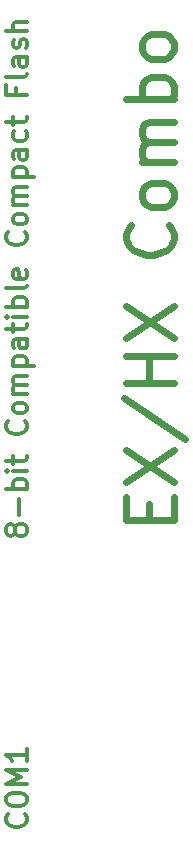
<source format=gto>
%TF.GenerationSoftware,KiCad,Pcbnew,(5.1.9)-1*%
%TF.CreationDate,2021-09-26T20:48:04+08:00*%
%TF.ProjectId,EX-HX-Combo-Backplate,45582d48-582d-4436-9f6d-626f2d426163,rev?*%
%TF.SameCoordinates,Original*%
%TF.FileFunction,Legend,Top*%
%TF.FilePolarity,Positive*%
%FSLAX46Y46*%
G04 Gerber Fmt 4.6, Leading zero omitted, Abs format (unit mm)*
G04 Created by KiCad (PCBNEW (5.1.9)-1) date 2021-09-26 20:48:04*
%MOMM*%
%LPD*%
G01*
G04 APERTURE LIST*
%ADD10C,0.600000*%
%ADD11C,0.300000*%
G04 APERTURE END LIST*
D10*
X265919285Y-97311190D02*
X265919285Y-95977857D01*
X268014523Y-95406428D02*
X268014523Y-97311190D01*
X264014523Y-97311190D01*
X264014523Y-95406428D01*
X264014523Y-94073095D02*
X268014523Y-91406428D01*
X264014523Y-91406428D02*
X268014523Y-94073095D01*
X263824047Y-87025476D02*
X268966904Y-90454047D01*
X268014523Y-85692142D02*
X264014523Y-85692142D01*
X265919285Y-85692142D02*
X265919285Y-83406428D01*
X268014523Y-83406428D02*
X264014523Y-83406428D01*
X264014523Y-81882619D02*
X268014523Y-79215952D01*
X264014523Y-79215952D02*
X268014523Y-81882619D01*
X267633571Y-72358809D02*
X267824047Y-72549285D01*
X268014523Y-73120714D01*
X268014523Y-73501666D01*
X267824047Y-74073095D01*
X267443095Y-74454047D01*
X267062142Y-74644523D01*
X266300238Y-74835000D01*
X265728809Y-74835000D01*
X264966904Y-74644523D01*
X264585952Y-74454047D01*
X264205000Y-74073095D01*
X264014523Y-73501666D01*
X264014523Y-73120714D01*
X264205000Y-72549285D01*
X264395476Y-72358809D01*
X268014523Y-70073095D02*
X267824047Y-70454047D01*
X267633571Y-70644523D01*
X267252619Y-70835000D01*
X266109761Y-70835000D01*
X265728809Y-70644523D01*
X265538333Y-70454047D01*
X265347857Y-70073095D01*
X265347857Y-69501666D01*
X265538333Y-69120714D01*
X265728809Y-68930238D01*
X266109761Y-68739761D01*
X267252619Y-68739761D01*
X267633571Y-68930238D01*
X267824047Y-69120714D01*
X268014523Y-69501666D01*
X268014523Y-70073095D01*
X268014523Y-67025476D02*
X265347857Y-67025476D01*
X265728809Y-67025476D02*
X265538333Y-66835000D01*
X265347857Y-66454047D01*
X265347857Y-65882619D01*
X265538333Y-65501666D01*
X265919285Y-65311190D01*
X268014523Y-65311190D01*
X265919285Y-65311190D02*
X265538333Y-65120714D01*
X265347857Y-64739761D01*
X265347857Y-64168333D01*
X265538333Y-63787380D01*
X265919285Y-63596904D01*
X268014523Y-63596904D01*
X268014523Y-61692142D02*
X264014523Y-61692142D01*
X265538333Y-61692142D02*
X265347857Y-61311190D01*
X265347857Y-60549285D01*
X265538333Y-60168333D01*
X265728809Y-59977857D01*
X266109761Y-59787380D01*
X267252619Y-59787380D01*
X267633571Y-59977857D01*
X267824047Y-60168333D01*
X268014523Y-60549285D01*
X268014523Y-61311190D01*
X267824047Y-61692142D01*
X268014523Y-57501666D02*
X267824047Y-57882619D01*
X267633571Y-58073095D01*
X267252619Y-58263571D01*
X266109761Y-58263571D01*
X265728809Y-58073095D01*
X265538333Y-57882619D01*
X265347857Y-57501666D01*
X265347857Y-56930238D01*
X265538333Y-56549285D01*
X265728809Y-56358809D01*
X266109761Y-56168333D01*
X267252619Y-56168333D01*
X267633571Y-56358809D01*
X267824047Y-56549285D01*
X268014523Y-56930238D01*
X268014523Y-57501666D01*
D11*
X254596666Y-98293333D02*
X254513333Y-98460000D01*
X254430000Y-98543333D01*
X254263333Y-98626666D01*
X254180000Y-98626666D01*
X254013333Y-98543333D01*
X253930000Y-98460000D01*
X253846666Y-98293333D01*
X253846666Y-97960000D01*
X253930000Y-97793333D01*
X254013333Y-97710000D01*
X254180000Y-97626666D01*
X254263333Y-97626666D01*
X254430000Y-97710000D01*
X254513333Y-97793333D01*
X254596666Y-97960000D01*
X254596666Y-98293333D01*
X254680000Y-98460000D01*
X254763333Y-98543333D01*
X254930000Y-98626666D01*
X255263333Y-98626666D01*
X255430000Y-98543333D01*
X255513333Y-98460000D01*
X255596666Y-98293333D01*
X255596666Y-97960000D01*
X255513333Y-97793333D01*
X255430000Y-97710000D01*
X255263333Y-97626666D01*
X254930000Y-97626666D01*
X254763333Y-97710000D01*
X254680000Y-97793333D01*
X254596666Y-97960000D01*
X254930000Y-96876666D02*
X254930000Y-95543333D01*
X255596666Y-94710000D02*
X253846666Y-94710000D01*
X254513333Y-94710000D02*
X254430000Y-94543333D01*
X254430000Y-94210000D01*
X254513333Y-94043333D01*
X254596666Y-93960000D01*
X254763333Y-93876666D01*
X255263333Y-93876666D01*
X255430000Y-93960000D01*
X255513333Y-94043333D01*
X255596666Y-94210000D01*
X255596666Y-94543333D01*
X255513333Y-94710000D01*
X255596666Y-93126666D02*
X254430000Y-93126666D01*
X253846666Y-93126666D02*
X253930000Y-93210000D01*
X254013333Y-93126666D01*
X253930000Y-93043333D01*
X253846666Y-93126666D01*
X254013333Y-93126666D01*
X254430000Y-92543333D02*
X254430000Y-91876666D01*
X253846666Y-92293333D02*
X255346666Y-92293333D01*
X255513333Y-92210000D01*
X255596666Y-92043333D01*
X255596666Y-91876666D01*
X255430000Y-88960000D02*
X255513333Y-89043333D01*
X255596666Y-89293333D01*
X255596666Y-89460000D01*
X255513333Y-89710000D01*
X255346666Y-89876666D01*
X255180000Y-89960000D01*
X254846666Y-90043333D01*
X254596666Y-90043333D01*
X254263333Y-89960000D01*
X254096666Y-89876666D01*
X253930000Y-89710000D01*
X253846666Y-89460000D01*
X253846666Y-89293333D01*
X253930000Y-89043333D01*
X254013333Y-88960000D01*
X255596666Y-87960000D02*
X255513333Y-88126666D01*
X255430000Y-88210000D01*
X255263333Y-88293333D01*
X254763333Y-88293333D01*
X254596666Y-88210000D01*
X254513333Y-88126666D01*
X254430000Y-87960000D01*
X254430000Y-87710000D01*
X254513333Y-87543333D01*
X254596666Y-87460000D01*
X254763333Y-87376666D01*
X255263333Y-87376666D01*
X255430000Y-87460000D01*
X255513333Y-87543333D01*
X255596666Y-87710000D01*
X255596666Y-87960000D01*
X255596666Y-86626666D02*
X254430000Y-86626666D01*
X254596666Y-86626666D02*
X254513333Y-86543333D01*
X254430000Y-86376666D01*
X254430000Y-86126666D01*
X254513333Y-85960000D01*
X254680000Y-85876666D01*
X255596666Y-85876666D01*
X254680000Y-85876666D02*
X254513333Y-85793333D01*
X254430000Y-85626666D01*
X254430000Y-85376666D01*
X254513333Y-85210000D01*
X254680000Y-85126666D01*
X255596666Y-85126666D01*
X254430000Y-84293333D02*
X256180000Y-84293333D01*
X254513333Y-84293333D02*
X254430000Y-84126666D01*
X254430000Y-83793333D01*
X254513333Y-83626666D01*
X254596666Y-83543333D01*
X254763333Y-83460000D01*
X255263333Y-83460000D01*
X255430000Y-83543333D01*
X255513333Y-83626666D01*
X255596666Y-83793333D01*
X255596666Y-84126666D01*
X255513333Y-84293333D01*
X255596666Y-81960000D02*
X254680000Y-81960000D01*
X254513333Y-82043333D01*
X254430000Y-82210000D01*
X254430000Y-82543333D01*
X254513333Y-82710000D01*
X255513333Y-81960000D02*
X255596666Y-82126666D01*
X255596666Y-82543333D01*
X255513333Y-82710000D01*
X255346666Y-82793333D01*
X255180000Y-82793333D01*
X255013333Y-82710000D01*
X254930000Y-82543333D01*
X254930000Y-82126666D01*
X254846666Y-81960000D01*
X254430000Y-81376666D02*
X254430000Y-80710000D01*
X253846666Y-81126666D02*
X255346666Y-81126666D01*
X255513333Y-81043333D01*
X255596666Y-80876666D01*
X255596666Y-80710000D01*
X255596666Y-80126666D02*
X254430000Y-80126666D01*
X253846666Y-80126666D02*
X253930000Y-80210000D01*
X254013333Y-80126666D01*
X253930000Y-80043333D01*
X253846666Y-80126666D01*
X254013333Y-80126666D01*
X255596666Y-79293333D02*
X253846666Y-79293333D01*
X254513333Y-79293333D02*
X254430000Y-79126666D01*
X254430000Y-78793333D01*
X254513333Y-78626666D01*
X254596666Y-78543333D01*
X254763333Y-78460000D01*
X255263333Y-78460000D01*
X255430000Y-78543333D01*
X255513333Y-78626666D01*
X255596666Y-78793333D01*
X255596666Y-79126666D01*
X255513333Y-79293333D01*
X255596666Y-77460000D02*
X255513333Y-77626666D01*
X255346666Y-77710000D01*
X253846666Y-77710000D01*
X255513333Y-76126666D02*
X255596666Y-76293333D01*
X255596666Y-76626666D01*
X255513333Y-76793333D01*
X255346666Y-76876666D01*
X254680000Y-76876666D01*
X254513333Y-76793333D01*
X254430000Y-76626666D01*
X254430000Y-76293333D01*
X254513333Y-76126666D01*
X254680000Y-76043333D01*
X254846666Y-76043333D01*
X255013333Y-76876666D01*
X255430000Y-72960000D02*
X255513333Y-73043333D01*
X255596666Y-73293333D01*
X255596666Y-73460000D01*
X255513333Y-73710000D01*
X255346666Y-73876666D01*
X255180000Y-73960000D01*
X254846666Y-74043333D01*
X254596666Y-74043333D01*
X254263333Y-73960000D01*
X254096666Y-73876666D01*
X253930000Y-73710000D01*
X253846666Y-73460000D01*
X253846666Y-73293333D01*
X253930000Y-73043333D01*
X254013333Y-72960000D01*
X255596666Y-71960000D02*
X255513333Y-72126666D01*
X255430000Y-72210000D01*
X255263333Y-72293333D01*
X254763333Y-72293333D01*
X254596666Y-72210000D01*
X254513333Y-72126666D01*
X254430000Y-71960000D01*
X254430000Y-71710000D01*
X254513333Y-71543333D01*
X254596666Y-71460000D01*
X254763333Y-71376666D01*
X255263333Y-71376666D01*
X255430000Y-71460000D01*
X255513333Y-71543333D01*
X255596666Y-71710000D01*
X255596666Y-71960000D01*
X255596666Y-70626666D02*
X254430000Y-70626666D01*
X254596666Y-70626666D02*
X254513333Y-70543333D01*
X254430000Y-70376666D01*
X254430000Y-70126666D01*
X254513333Y-69960000D01*
X254680000Y-69876666D01*
X255596666Y-69876666D01*
X254680000Y-69876666D02*
X254513333Y-69793333D01*
X254430000Y-69626666D01*
X254430000Y-69376666D01*
X254513333Y-69210000D01*
X254680000Y-69126666D01*
X255596666Y-69126666D01*
X254430000Y-68293333D02*
X256180000Y-68293333D01*
X254513333Y-68293333D02*
X254430000Y-68126666D01*
X254430000Y-67793333D01*
X254513333Y-67626666D01*
X254596666Y-67543333D01*
X254763333Y-67460000D01*
X255263333Y-67460000D01*
X255430000Y-67543333D01*
X255513333Y-67626666D01*
X255596666Y-67793333D01*
X255596666Y-68126666D01*
X255513333Y-68293333D01*
X255596666Y-65960000D02*
X254680000Y-65960000D01*
X254513333Y-66043333D01*
X254430000Y-66210000D01*
X254430000Y-66543333D01*
X254513333Y-66710000D01*
X255513333Y-65960000D02*
X255596666Y-66126666D01*
X255596666Y-66543333D01*
X255513333Y-66710000D01*
X255346666Y-66793333D01*
X255180000Y-66793333D01*
X255013333Y-66710000D01*
X254930000Y-66543333D01*
X254930000Y-66126666D01*
X254846666Y-65960000D01*
X255513333Y-64376666D02*
X255596666Y-64543333D01*
X255596666Y-64876666D01*
X255513333Y-65043333D01*
X255430000Y-65126666D01*
X255263333Y-65210000D01*
X254763333Y-65210000D01*
X254596666Y-65126666D01*
X254513333Y-65043333D01*
X254430000Y-64876666D01*
X254430000Y-64543333D01*
X254513333Y-64376666D01*
X254430000Y-63876666D02*
X254430000Y-63210000D01*
X253846666Y-63626666D02*
X255346666Y-63626666D01*
X255513333Y-63543333D01*
X255596666Y-63376666D01*
X255596666Y-63210000D01*
X254680000Y-60710000D02*
X254680000Y-61293333D01*
X255596666Y-61293333D02*
X253846666Y-61293333D01*
X253846666Y-60460000D01*
X255596666Y-59543333D02*
X255513333Y-59710000D01*
X255346666Y-59793333D01*
X253846666Y-59793333D01*
X255596666Y-58126666D02*
X254680000Y-58126666D01*
X254513333Y-58210000D01*
X254430000Y-58376666D01*
X254430000Y-58710000D01*
X254513333Y-58876666D01*
X255513333Y-58126666D02*
X255596666Y-58293333D01*
X255596666Y-58710000D01*
X255513333Y-58876666D01*
X255346666Y-58960000D01*
X255180000Y-58960000D01*
X255013333Y-58876666D01*
X254930000Y-58710000D01*
X254930000Y-58293333D01*
X254846666Y-58126666D01*
X255513333Y-57376666D02*
X255596666Y-57210000D01*
X255596666Y-56876666D01*
X255513333Y-56710000D01*
X255346666Y-56626666D01*
X255263333Y-56626666D01*
X255096666Y-56710000D01*
X255013333Y-56876666D01*
X255013333Y-57126666D01*
X254930000Y-57293333D01*
X254763333Y-57376666D01*
X254680000Y-57376666D01*
X254513333Y-57293333D01*
X254430000Y-57126666D01*
X254430000Y-56876666D01*
X254513333Y-56710000D01*
X255596666Y-55876666D02*
X253846666Y-55876666D01*
X255596666Y-55126666D02*
X254680000Y-55126666D01*
X254513333Y-55210000D01*
X254430000Y-55376666D01*
X254430000Y-55626666D01*
X254513333Y-55793333D01*
X254596666Y-55876666D01*
X255430000Y-122223333D02*
X255513333Y-122306666D01*
X255596666Y-122556666D01*
X255596666Y-122723333D01*
X255513333Y-122973333D01*
X255346666Y-123140000D01*
X255180000Y-123223333D01*
X254846666Y-123306666D01*
X254596666Y-123306666D01*
X254263333Y-123223333D01*
X254096666Y-123140000D01*
X253930000Y-122973333D01*
X253846666Y-122723333D01*
X253846666Y-122556666D01*
X253930000Y-122306666D01*
X254013333Y-122223333D01*
X253846666Y-121140000D02*
X253846666Y-120806666D01*
X253930000Y-120640000D01*
X254096666Y-120473333D01*
X254430000Y-120390000D01*
X255013333Y-120390000D01*
X255346666Y-120473333D01*
X255513333Y-120640000D01*
X255596666Y-120806666D01*
X255596666Y-121140000D01*
X255513333Y-121306666D01*
X255346666Y-121473333D01*
X255013333Y-121556666D01*
X254430000Y-121556666D01*
X254096666Y-121473333D01*
X253930000Y-121306666D01*
X253846666Y-121140000D01*
X255596666Y-119640000D02*
X253846666Y-119640000D01*
X255096666Y-119056666D01*
X253846666Y-118473333D01*
X255596666Y-118473333D01*
X255596666Y-116723333D02*
X255596666Y-117723333D01*
X255596666Y-117223333D02*
X253846666Y-117223333D01*
X254096666Y-117390000D01*
X254263333Y-117556666D01*
X254346666Y-117723333D01*
M02*

</source>
